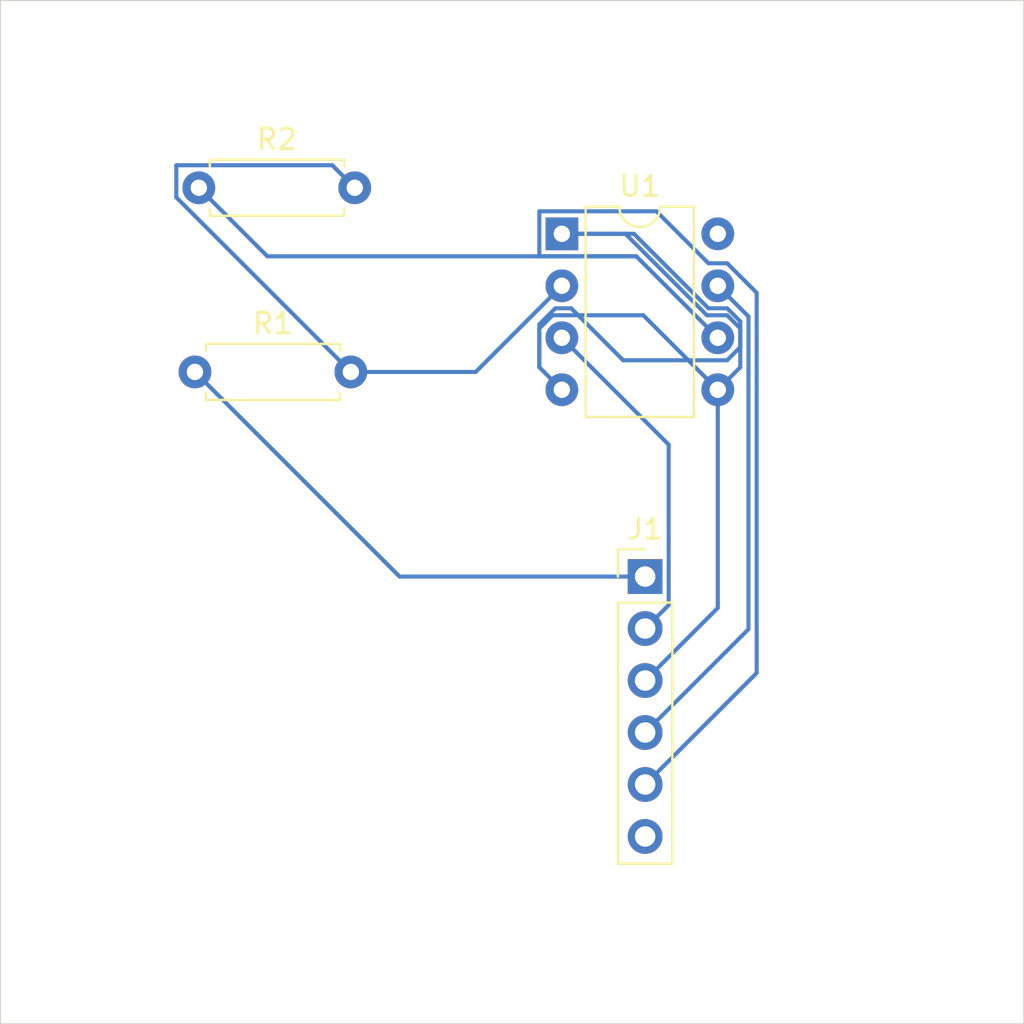
<source format=kicad_pcb>
(kicad_pcb (version 20240108) (generator "pcbnew") (generator_version "8.0")
  (layers (0 "F.Cu" signal) (31 "B.Cu" signal) (34 "B.Paste" user) (35 "F.Paste" user) (36 "B.SilkS" user "B.Silkscreen") (37 "F.SilkS" user "F.Silkscreen") (38 "B.Mask" user) (39 "F.Mask" user) (44 "Edge.Cuts" user))
  (net 0 "")
  (net 1 "Net-(U1--)")
  (net 2 "GND")
  (net 4 "Net-(J1-Pin_1)")
  (net 5 "Net-(J1-Pin_4)")
  (net 6 "Net-(J1-Pin_2)")
  (net 7 "unconnected-(J1-Pin_3-Pad3)")
  (net 8 "Net-(J1-Pin_5)")
  (footprint "Package_DIP:DIP-8_W7.62mm" (layer "F.Cu") (at 155.93 84.9)
    (property "Reference" "U1" (at 3.81 -2.33 0) (layer "F.SilkS"))
    (property "Value" "LM741")
    (fp_line (start 1.16 -1.33) (end 1.16 8.95) (stroke (width 0.12)) (layer "F.SilkS"))
    (fp_line (start 1.16 8.95) (end 6.46 8.95) (stroke (width 0.12)) (layer "F.SilkS"))
    (fp_line (start 2.81 -1.33) (end 1.16 -1.33) (stroke (width 0.12)) (layer "F.SilkS"))
    (fp_line (start 6.46 -1.33) (end 4.81 -1.33) (stroke (width 0.12)) (layer "F.SilkS"))
    (fp_line (start 6.46 8.95) (end 6.46 -1.33) (stroke (width 0.12)) (layer "F.SilkS"))
    (fp_arc (start 4.81 -1.33) (mid 3.81 -0.33) (end 2.81 -1.33) (stroke (width 0.12)) (layer "F.SilkS"))
    (pad "1" thru_hole rect (at 0 0) (size 1.6 1.6) (drill 0.8) (layers "*.Cu" "*.Mask") (net 7 "unconnected-(J1-Pin_3-Pad3)"))
    (pad "2" thru_hole oval (at 0 2.54) (size 1.6 1.6) (drill 0.8) (layers "*.Cu" "*.Mask") (net 1 "Net-(U1--)"))
    (pad "3" thru_hole oval (at 0 5.08) (size 1.6 1.6) (drill 0.8) (layers "*.Cu" "*.Mask") (net 6 "Net-(J1-Pin_2)"))
    (pad "4" thru_hole oval (at 0 7.62) (size 1.6 1.6) (drill 0.8) (layers "*.Cu" "*.Mask") (net 7 "unconnected-(J1-Pin_3-Pad3)"))
    (pad "5" thru_hole oval (at 7.62 7.62) (size 1.6 1.6) (drill 0.8) (layers "*.Cu" "*.Mask") (net 7 "unconnected-(J1-Pin_3-Pad3)"))
    (pad "6" thru_hole oval (at 7.62 5.08) (size 1.6 1.6) (drill 0.8) (layers "*.Cu" "*.Mask") (net 8 "Net-(J1-Pin_5)"))
    (pad "7" thru_hole oval (at 7.62 2.54) (size 1.6 1.6) (drill 0.8) (layers "*.Cu" "*.Mask") (net 5 "Net-(J1-Pin_4)"))
    (pad "8" thru_hole oval (at 7.62 0) (size 1.6 1.6) (drill 0.8) (layers "*.Cu" "*.Mask"))
  )
  (footprint "Connector_PinHeader_2.54mm:PinHeader_1x06_P2.54mm_Vertical" (layer "F.Cu") (at 160 101.65)
    (property "Reference" "J1" (at 0 -2.33 0) (layer "F.SilkS"))
    (property "Value" "Conn_01x06_Pin")
    (fp_line (start -1.33 -1.33) (end 0 -1.33) (stroke (width 0.12)) (layer "F.SilkS"))
    (fp_line (start -1.33 0) (end -1.33 -1.33) (stroke (width 0.12)) (layer "F.SilkS"))
    (fp_line (start -1.33 1.27) (end -1.33 14.03) (stroke (width 0.12)) (layer "F.SilkS"))
    (fp_line (start -1.33 1.27) (end 1.33 1.27) (stroke (width 0.12)) (layer "F.SilkS"))
    (fp_line (start -1.33 14.03) (end 1.33 14.03) (stroke (width 0.12)) (layer "F.SilkS"))
    (fp_line (start 1.33 1.27) (end 1.33 14.03) (stroke (width 0.12)) (layer "F.SilkS"))
    (pad "1" thru_hole rect (at 0 0) (size 1.7 1.7) (drill 1) (layers "*.Cu" "*.Mask") (net 4 "Net-(J1-Pin_1)"))
    (pad "2" thru_hole oval (at 0 2.54) (size 1.7 1.7) (drill 1) (layers "*.Cu" "*.Mask") (net 6 "Net-(J1-Pin_2)"))
    (pad "3" thru_hole oval (at 0 5.08) (size 1.7 1.7) (drill 1) (layers "*.Cu" "*.Mask") (net 7 "unconnected-(J1-Pin_3-Pad3)"))
    (pad "4" thru_hole oval (at 0 7.62) (size 1.7 1.7) (drill 1) (layers "*.Cu" "*.Mask") (net 5 "Net-(J1-Pin_4)"))
    (pad "5" thru_hole oval (at 0 10.16) (size 1.7 1.7) (drill 1) (layers "*.Cu" "*.Mask") (net 8 "Net-(J1-Pin_5)"))
    (pad "6" thru_hole oval (at 0 12.7) (size 1.7 1.7) (drill 1) (layers "*.Cu" "*.Mask") (net 2 "GND"))
  )
  (footprint "Resistor_THT:R_Axial_DIN0207_L6.3mm_D2.5mm_P7.62mm_Horizontal" (layer "F.Cu") (at 138 91.65)
    (property "Reference" "R1" (at 3.81 -2.37 0) (layer "F.SilkS"))
    (property "Value" "1kΩ")
    (fp_line (start 0.54 -1.37) (end 7.08 -1.37) (stroke (width 0.12)) (layer "F.SilkS"))
    (fp_line (start 0.54 -1.04) (end 0.54 -1.37) (stroke (width 0.12)) (layer "F.SilkS"))
    (fp_line (start 0.54 1.04) (end 0.54 1.37) (stroke (width 0.12)) (layer "F.SilkS"))
    (fp_line (start 0.54 1.37) (end 7.08 1.37) (stroke (width 0.12)) (layer "F.SilkS"))
    (fp_line (start 7.08 -1.37) (end 7.08 -1.04) (stroke (width 0.12)) (layer "F.SilkS"))
    (fp_line (start 7.08 1.37) (end 7.08 1.04) (stroke (width 0.12)) (layer "F.SilkS"))
    (pad "1" thru_hole circle (at 0 0) (size 1.6 1.6) (drill 0.8) (layers "*.Cu" "*.Mask") (net 4 "Net-(J1-Pin_1)"))
    (pad "2" thru_hole oval (at 7.62 0) (size 1.6 1.6) (drill 0.8) (layers "*.Cu" "*.Mask") (net 1 "Net-(U1--)"))
  )
  (footprint "Resistor_THT:R_Axial_DIN0207_L6.3mm_D2.5mm_P7.62mm_Horizontal" (layer "F.Cu") (at 138.19 82.65)
    (property "Reference" "R2" (at 3.81 -2.37 0) (layer "F.SilkS"))
    (property "Value" "50kΩ")
    (fp_line (start 0.54 -1.37) (end 7.08 -1.37) (stroke (width 0.12)) (layer "F.SilkS"))
    (fp_line (start 0.54 -1.04) (end 0.54 -1.37) (stroke (width 0.12)) (layer "F.SilkS"))
    (fp_line (start 0.54 1.04) (end 0.54 1.37) (stroke (width 0.12)) (layer "F.SilkS"))
    (fp_line (start 0.54 1.37) (end 7.08 1.37) (stroke (width 0.12)) (layer "F.SilkS"))
    (fp_line (start 7.08 -1.37) (end 7.08 -1.04) (stroke (width 0.12)) (layer "F.SilkS"))
    (fp_line (start 7.08 1.37) (end 7.08 1.04) (stroke (width 0.12)) (layer "F.SilkS"))
    (pad "1" thru_hole circle (at 0 0) (size 1.6 1.6) (drill 0.8) (layers "*.Cu" "*.Mask") (net 8 "Net-(J1-Pin_5)"))
    (pad "2" thru_hole oval (at 7.62 0) (size 1.6 1.6) (drill 0.8) (layers "*.Cu" "*.Mask") (net 1 "Net-(U1--)"))
  )
  (gr_rect (start 128.5 73.5) (end 178.5 123.5) (stroke (width 0.05)) (fill none) (layer "Edge.Cuts"))
  (segment (start 145.81 82.65) (end 144.71 81.55) (width 0.2) (layer "B.Cu") (net 1))
  (segment (start 144.71 81.55) (end 137.1 81.55) (width 0.2) (layer "B.Cu") (net 1))
  (segment (start 151.72 91.65) (end 155.93 87.44) (width 0.2) (layer "B.Cu") (net 1))
  (segment (start 137.09 83.12) (end 145.62 91.65) (width 0.2) (layer "B.Cu") (net 1))
  (segment (start 137.1 81.55) (end 137.09 81.56) (width 0.2) (layer "B.Cu") (net 1))
  (segment (start 137.09 81.56) (end 137.09 83.12) (width 0.2) (layer "B.Cu") (net 1))
  (segment (start 145.62 91.65) (end 151.72 91.65) (width 0.2) (layer "B.Cu") (net 1))
  (segment (start 138 91.65) (end 148 101.65) (width 0.2) (layer "B.Cu") (net 4))
  (segment (start 148 101.65) (end 160 101.65) (width 0.2) (layer "B.Cu") (net 4))
  (segment (start 165.05 104.22) (end 160 109.27) (width 0.2) (layer "B.Cu") (net 5))
  (segment (start 165.05 88.94) (end 165.05 104.22) (width 0.2) (layer "B.Cu") (net 5))
  (segment (start 163.55 87.44) (end 165.05 88.94) (width 0.2) (layer "B.Cu") (net 5))
  (segment (start 155.93 89.98) (end 161.15 95.2) (width 0.2) (layer "B.Cu") (net 6))
  (segment (start 161.15 95.2) (end 161.15 103.04) (width 0.2) (layer "B.Cu") (net 6))
  (segment (start 161.15 103.04) (end 160 104.19) (width 0.2) (layer "B.Cu") (net 6))
  (segment (start 159.035686 84.9) (end 163.015686 88.88) (width 0.2) (layer "B.Cu") (net 7))
  (segment (start 164.005635 88.54) (end 163.094365 88.54) (width 0.2) (layer "B.Cu") (net 7))
  (segment (start 164.005635 91.08) (end 158.925635 91.08) (width 0.2) (layer "B.Cu") (net 7))
  (segment (start 154.83 91.42) (end 155.93 92.52) (width 0.2) (layer "B.Cu") (net 7))
  (segment (start 159.91 88.88) (end 155.474365 88.88) (width 0.2) (layer "B.Cu") (net 7))
  (segment (start 155.93 84.9) (end 159.035686 84.9) (width 0.2) (layer "B.Cu") (net 7))
  (segment (start 164.005635 88.88) (end 164.65 89.524365) (width 0.2) (layer "B.Cu") (net 7))
  (segment (start 163.094365 88.54) (end 159.454365 84.9) (width 0.2) (layer "B.Cu") (net 7))
  (segment (start 164.65 90.435635) (end 164.005635 91.08) (width 0.2) (layer "B.Cu") (net 7))
  (segment (start 154.83 89.524365) (end 154.83 91.42) (width 0.2) (layer "B.Cu") (net 7))
  (segment (start 156.385635 88.54) (end 155.61 88.54) (width 0.2) (layer "B.Cu") (net 7))
  (segment (start 154.83 89.32) (end 154.83 91.42) (width 0.2) (layer "B.Cu") (net 7))
  (segment (start 164.65 91.42) (end 164.65 89.184365) (width 0.2) (layer "B.Cu") (net 7))
  (segment (start 163.015686 88.88) (end 164.005635 88.88) (width 0.2) (layer "B.Cu") (net 7))
  (segment (start 164.65 89.184365) (end 164.005635 88.54) (width 0.2) (layer "B.Cu") (net 7))
  (segment (start 163.55 92.52) (end 163.55 103.18) (width 0.2) (layer "B.Cu") (net 7))
  (segment (start 163.55 92.52) (end 159.91 88.88) (width 0.2) (layer "B.Cu") (net 7))
  (segment (start 158.925635 91.08) (end 156.385635 88.54) (width 0.2) (layer "B.Cu") (net 7))
  (segment (start 155.61 88.54) (end 154.83 89.32) (width 0.2) (layer "B.Cu") (net 7))
  (segment (start 155.474365 88.88) (end 154.83 89.524365) (width 0.2) (layer "B.Cu") (net 7))
  (segment (start 163.55 103.18) (end 160 106.73) (width 0.2) (layer "B.Cu") (net 7))
  (segment (start 163.55 92.52) (end 164.65 91.42) (width 0.2) (layer "B.Cu") (net 7))
  (segment (start 159.454365 84.9) (end 155.93 84.9) (width 0.2) (layer "B.Cu") (net 7))
  (segment (start 164.65 89.524365) (end 164.65 90.435635) (width 0.2) (layer "B.Cu") (net 7))
  (segment (start 165.45 87.784365) (end 165.45 106.36) (width 0.2) (layer "B.Cu") (net 8))
  (segment (start 163.094365 86.34) (end 164.005635 86.34) (width 0.2) (layer "B.Cu") (net 8))
  (segment (start 159.57 86) (end 154.83 86) (width 0.2) (layer "B.Cu") (net 8))
  (segment (start 154.83 83.8) (end 160.554365 83.8) (width 0.2) (layer "B.Cu") (net 8))
  (segment (start 154.83 86) (end 154.83 83.8) (width 0.2) (layer "B.Cu") (net 8))
  (segment (start 159.57 86) (end 141.54 86) (width 0.2) (layer "B.Cu") (net 8))
  (segment (start 160.554365 83.8) (end 163.094365 86.34) (width 0.2) (layer "B.Cu") (net 8))
  (segment (start 165.45 106.36) (end 160 111.81) (width 0.2) (layer "B.Cu") (net 8))
  (segment (start 163.55 89.98) (end 159.57 86) (width 0.2) (layer "B.Cu") (net 8))
  (segment (start 164.005635 86.34) (end 165.45 87.784365) (width 0.2) (layer "B.Cu") (net 8))
  (segment (start 141.54 86) (end 138.19 82.65) (width 0.2) (layer "B.Cu") (net 8))
)
</source>
